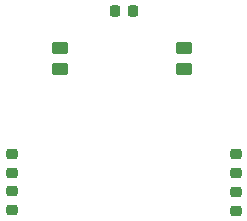
<source format=gts>
G04 #@! TF.GenerationSoftware,KiCad,Pcbnew,(6.0.0)*
G04 #@! TF.CreationDate,2021-12-31T14:49:46+01:00*
G04 #@! TF.ProjectId,marklin-v100-led-back-pcb,6d61726b-6c69-46e2-9d76-3130302d6c65,0.1*
G04 #@! TF.SameCoordinates,Original*
G04 #@! TF.FileFunction,Soldermask,Top*
G04 #@! TF.FilePolarity,Negative*
%FSLAX46Y46*%
G04 Gerber Fmt 4.6, Leading zero omitted, Abs format (unit mm)*
G04 Created by KiCad (PCBNEW (6.0.0)) date 2021-12-31 14:49:46*
%MOMM*%
%LPD*%
G01*
G04 APERTURE LIST*
G04 Aperture macros list*
%AMRoundRect*
0 Rectangle with rounded corners*
0 $1 Rounding radius*
0 $2 $3 $4 $5 $6 $7 $8 $9 X,Y pos of 4 corners*
0 Add a 4 corners polygon primitive as box body*
4,1,4,$2,$3,$4,$5,$6,$7,$8,$9,$2,$3,0*
0 Add four circle primitives for the rounded corners*
1,1,$1+$1,$2,$3*
1,1,$1+$1,$4,$5*
1,1,$1+$1,$6,$7*
1,1,$1+$1,$8,$9*
0 Add four rect primitives between the rounded corners*
20,1,$1+$1,$2,$3,$4,$5,0*
20,1,$1+$1,$4,$5,$6,$7,0*
20,1,$1+$1,$6,$7,$8,$9,0*
20,1,$1+$1,$8,$9,$2,$3,0*%
G04 Aperture macros list end*
%ADD10RoundRect,0.250000X-0.450000X0.262500X-0.450000X-0.262500X0.450000X-0.262500X0.450000X0.262500X0*%
%ADD11RoundRect,0.218750X-0.218750X-0.256250X0.218750X-0.256250X0.218750X0.256250X-0.218750X0.256250X0*%
%ADD12RoundRect,0.218750X0.256250X-0.218750X0.256250X0.218750X-0.256250X0.218750X-0.256250X-0.218750X0*%
%ADD13RoundRect,0.218750X-0.256250X0.218750X-0.256250X-0.218750X0.256250X-0.218750X0.256250X0.218750X0*%
%ADD14RoundRect,0.250000X0.450000X-0.262500X0.450000X0.262500X-0.450000X0.262500X-0.450000X-0.262500X0*%
G04 APERTURE END LIST*
D10*
X98640000Y-65245000D03*
X98640000Y-67070000D03*
D11*
X103265000Y-62157500D03*
X104840000Y-62157500D03*
D12*
X94540000Y-75832500D03*
X94540000Y-74257500D03*
D13*
X113540000Y-74270000D03*
X113540000Y-75845000D03*
D12*
X94540000Y-78982500D03*
X94540000Y-77407500D03*
D13*
X113540000Y-77470000D03*
X113540000Y-79045000D03*
D14*
X109140000Y-67070000D03*
X109140000Y-65245000D03*
M02*

</source>
